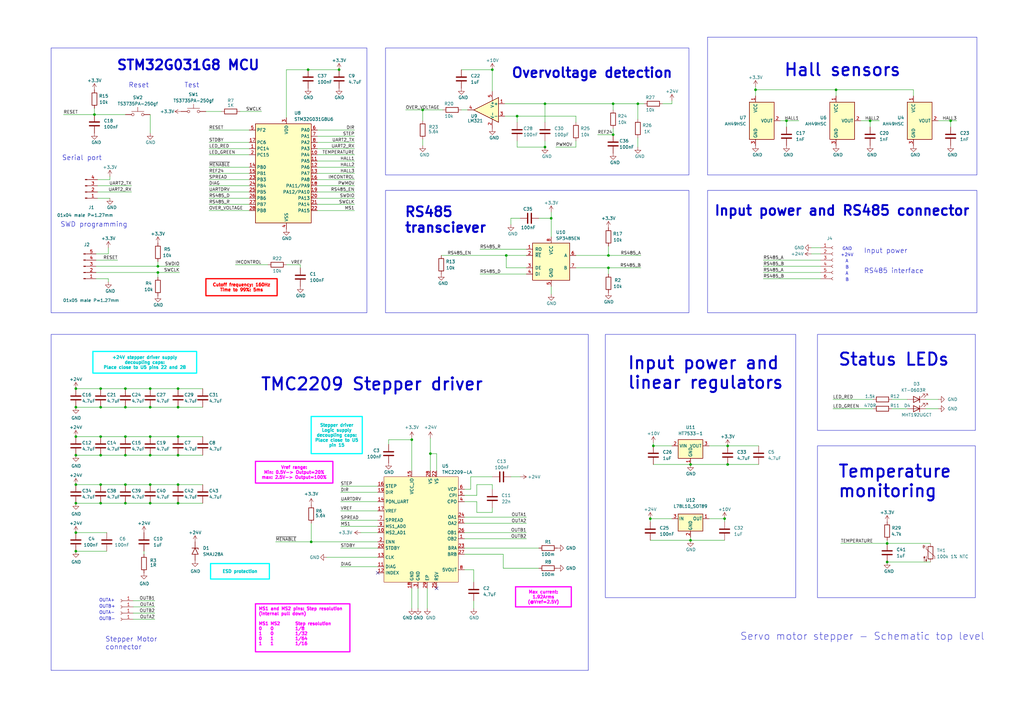
<source format=kicad_sch>
(kicad_sch (version 20230121) (generator eeschema)
  (paper "A3")
  (title_block (title "Servo motor stepper M4 - Schematic top level") (date "2024-03-07") (rev "V1"))
  (junction (at 31.115 198.755))
  (junction (at 51.435 179.07))
  (junction (at 38.735 46.99))
  (junction (at 51.435 159.385))
  (junction (at 73.025 198.755))
  (junction (at 41.275 179.07))
  (junction (at 389.89 49.53))
  (junction (at 283.21 221.615))
  (junction (at 31.115 206.375))
  (junction (at 298.45 182.88))
  (junction (at 73.025 167.005))
  (junction (at 73.025 159.385))
  (junction (at 207.645 104.775))
  (junction (at 64.77 111.76))
  (junction (at 173.355 45.085))
  (junction (at 126.365 28.575))
  (junction (at 64.77 109.22))
  (junction (at 61.595 179.07))
  (junction (at 251.46 42.545))
  (junction (at 249.555 109.855))
  (junction (at 41.275 186.69))
  (junction (at 61.595 159.385))
  (junction (at 168.91 180.34))
  (junction (at 31.115 226.06))
  (junction (at 223.52 60.325))
  (junction (at 61.595 186.69))
  (junction (at 139.065 28.575))
  (junction (at 201.93 28.575))
  (junction (at 363.855 230.505))
  (junction (at 61.595 206.375))
  (junction (at 51.435 167.005))
  (junction (at 73.025 179.07))
  (junction (at 266.7 212.725))
  (junction (at 31.115 186.69))
  (junction (at 61.595 198.755))
  (junction (at 31.115 159.385))
  (junction (at 223.52 42.545))
  (junction (at 309.88 36.83))
  (junction (at 212.09 47.625))
  (junction (at 51.435 206.375))
  (junction (at 298.45 190.5))
  (junction (at 322.58 49.53))
  (junction (at 31.115 218.44))
  (junction (at 51.435 186.69))
  (junction (at 261.62 42.545))
  (junction (at 41.275 167.005))
  (junction (at 363.855 222.885))
  (junction (at 342.9 36.83))
  (junction (at 297.18 212.725))
  (junction (at 251.46 55.245))
  (junction (at 226.06 89.535))
  (junction (at 283.21 190.5))
  (junction (at 176.53 186.055))
  (junction (at 31.115 167.005))
  (junction (at 249.555 104.775))
  (junction (at 73.025 206.375))
  (junction (at 31.115 179.07))
  (junction (at 41.275 159.385))
  (junction (at 127.635 222.25))
  (junction (at 73.025 186.69))
  (junction (at 51.435 198.755))
  (junction (at 267.97 182.88))
  (junction (at 41.275 206.375))
  (junction (at 356.87 49.53))
  (junction (at 61.595 167.005))
  (junction (at 41.275 198.755))
  (no_connect (at 154.94 234.95))
  (no_connect (at 179.07 241.3))
  (wire (pts (xy 320.04 49.53) (xy 322.58 49.53)))
  (wire (pts (xy 275.59 42.545) (xy 271.78 42.545)))
  (wire (pts (xy 139.7 209.55) (xy 154.94 209.55)))
  (wire (pts (xy 180.975 104.775) (xy 207.645 104.775)))
  (wire (pts (xy 212.09 47.625) (xy 236.22 47.625)))
  (wire (pts (xy 166.37 45.085) (xy 173.355 45.085)))
  (wire (pts (xy 379.73 163.83) (xy 384.81 163.83)))
  (wire (pts (xy 39.37 109.22) (xy 64.77 109.22)))
  (wire (pts (xy 139.7 205.74) (xy 154.94 205.74)))
  (wire (pts (xy 227.965 60.325) (xy 236.22 60.325)))
  (wire (pts (xy 51.435 167.005) (xy 61.595 167.005)))
  (wire (pts (xy 332.74 104.14) (xy 336.55 104.14)))
  (wire (pts (xy 145.415 71.12) (xy 130.175 71.12)))
  (wire (pts (xy 145.415 78.74) (xy 130.175 78.74)))
  (wire (pts (xy 356.87 49.53) (xy 360.68 49.53)))
  (wire (pts (xy 59.055 226.06) (xy 59.055 227.33)))
  (wire (pts (xy 145.415 63.5) (xy 130.175 63.5)))
  (wire (pts (xy 31.115 167.005) (xy 41.275 167.005)))
  (wire (pts (xy 85.725 81.28) (xy 102.235 81.28)))
  (wire (pts (xy 209.55 89.535) (xy 209.55 92.075)))
  (wire (pts (xy 190.5 214.63) (xy 215.9 214.63)))
  (wire (pts (xy 159.385 182.245) (xy 159.385 180.34)))
  (wire (pts (xy 51.435 179.07) (xy 61.595 179.07)))
  (wire (pts (xy 38.735 46.99) (xy 51.435 46.99)))
  (wire (pts (xy 223.52 60.325) (xy 223.52 57.785)))
  (wire (pts (xy 145.415 53.34) (xy 130.175 53.34)))
  (wire (pts (xy 173.355 45.085) (xy 173.355 49.53)))
  (wire (pts (xy 145.415 76.2) (xy 130.175 76.2)))
  (wire (pts (xy 332.74 101.6) (xy 336.55 101.6)))
  (wire (pts (xy 51.435 206.375) (xy 61.595 206.375)))
  (wire (pts (xy 40.005 78.74) (xy 53.975 78.74)))
  (wire (pts (xy 249.555 100.965) (xy 249.555 104.775)))
  (wire (pts (xy 249.555 104.775) (xy 262.89 104.775)))
  (wire (pts (xy 73.025 186.69) (xy 83.185 186.69)))
  (wire (pts (xy 195.58 210.185) (xy 201.93 210.185)))
  (wire (pts (xy 139.7 213.36) (xy 154.94 213.36)))
  (wire (pts (xy 173.355 45.085) (xy 181.61 45.085)))
  (wire (pts (xy 249.555 109.855) (xy 249.555 112.395)))
  (wire (pts (xy 130.175 58.42) (xy 145.415 58.42)))
  (wire (pts (xy 39.37 104.14) (xy 44.45 104.14)))
  (wire (pts (xy 194.31 249.555) (xy 194.31 246.38)))
  (wire (pts (xy 266.7 212.725) (xy 266.7 213.995)))
  (wire (pts (xy 130.175 60.96) (xy 145.415 60.96)))
  (wire (pts (xy 145.415 68.58) (xy 130.175 68.58)))
  (wire (pts (xy 85.725 76.2) (xy 102.235 76.2)))
  (wire (pts (xy 374.65 39.37) (xy 374.65 36.83)))
  (wire (pts (xy 236.22 109.855) (xy 249.555 109.855)))
  (wire (pts (xy 31.115 159.385) (xy 41.275 159.385)))
  (wire (pts (xy 389.89 49.53) (xy 389.89 52.07)))
  (wire (pts (xy 145.415 55.88) (xy 130.175 55.88)))
  (wire (pts (xy 145.415 73.66) (xy 130.175 73.66)))
  (wire (pts (xy 41.275 159.385) (xy 51.435 159.385)))
  (wire (pts (xy 353.06 49.53) (xy 356.87 49.53)))
  (wire (pts (xy 51.435 186.69) (xy 61.595 186.69)))
  (wire (pts (xy 212.09 47.625) (xy 212.09 50.165)))
  (wire (pts (xy 85.725 58.42) (xy 102.235 58.42)))
  (wire (pts (xy 41.275 198.755) (xy 51.435 198.755)))
  (wire (pts (xy 190.5 220.98) (xy 215.9 220.98)))
  (wire (pts (xy 159.385 180.34) (xy 168.91 180.34)))
  (wire (pts (xy 139.7 199.39) (xy 154.94 199.39)))
  (wire (pts (xy 261.62 56.515) (xy 261.62 60.325)))
  (wire (pts (xy 207.645 104.775) (xy 215.9 104.775)))
  (wire (pts (xy 61.595 206.375) (xy 73.025 206.375)))
  (wire (pts (xy 365.76 163.83) (xy 372.11 163.83)))
  (wire (pts (xy 283.21 221.615) (xy 297.18 221.615)))
  (wire (pts (xy 363.855 222.885) (xy 381.635 222.885)))
  (wire (pts (xy 41.275 206.375) (xy 51.435 206.375)))
  (wire (pts (xy 261.62 42.545) (xy 261.62 48.895)))
  (wire (pts (xy 379.73 167.64) (xy 384.81 167.64)))
  (wire (pts (xy 193.04 195.58) (xy 201.93 195.58)))
  (wire (pts (xy 190.5 203.2) (xy 195.58 203.2)))
  (wire (pts (xy 313.055 109.22) (xy 336.55 109.22)))
  (wire (pts (xy 313.055 106.68) (xy 336.55 106.68)))
  (wire (pts (xy 196.85 102.235) (xy 215.9 102.235)))
  (wire (pts (xy 31.115 198.755) (xy 41.275 198.755)))
  (wire (pts (xy 212.09 57.785) (xy 212.09 60.325)))
  (wire (pts (xy 107.315 45.72) (xy 98.425 45.72)))
  (wire (pts (xy 123.19 108.585) (xy 123.19 109.855)))
  (wire (pts (xy 226.06 89.535) (xy 226.06 97.155)))
  (wire (pts (xy 139.7 201.93) (xy 154.94 201.93)))
  (wire (pts (xy 298.45 190.5) (xy 311.15 190.5)))
  (wire (pts (xy 63.5 254) (xy 54.61 254)))
  (wire (pts (xy 40.005 73.66) (xy 45.085 73.66)))
  (wire (pts (xy 190.5 212.09) (xy 215.9 212.09)))
  (wire (pts (xy 117.475 108.585) (xy 123.19 108.585)))
  (wire (pts (xy 61.595 198.755) (xy 73.025 198.755)))
  (wire (pts (xy 190.5 205.74) (xy 195.58 205.74)))
  (wire (pts (xy 145.415 81.28) (xy 130.175 81.28)))
  (wire (pts (xy 363.855 230.505) (xy 381.635 230.505)))
  (wire (pts (xy 40.005 81.28) (xy 45.085 81.28)))
  (wire (pts (xy 31.115 179.07) (xy 41.275 179.07)))
  (wire (pts (xy 267.97 181.61) (xy 267.97 182.88)))
  (wire (pts (xy 207.645 109.855) (xy 215.9 109.855)))
  (wire (pts (xy 85.725 73.66) (xy 102.235 73.66)))
  (wire (pts (xy 226.06 86.995) (xy 226.06 89.535)))
  (wire (pts (xy 145.415 66.04) (xy 130.175 66.04)))
  (wire (pts (xy 51.435 159.385) (xy 61.595 159.385)))
  (wire (pts (xy 64.77 107.315) (xy 64.77 109.22)))
  (wire (pts (xy 207.01 42.545) (xy 223.52 42.545)))
  (wire (pts (xy 194.31 233.68) (xy 194.31 238.76)))
  (wire (pts (xy 193.04 200.66) (xy 193.04 195.58)))
  (wire (pts (xy 38.735 44.45) (xy 38.735 46.99)))
  (wire (pts (xy 275.59 212.725) (xy 266.7 212.725)))
  (wire (pts (xy 389.89 49.53) (xy 392.43 49.53)))
  (wire (pts (xy 190.5 224.79) (xy 220.98 224.79)))
  (wire (pts (xy 267.97 182.88) (xy 275.59 182.88)))
  (wire (pts (xy 220.98 233.045) (xy 206.375 233.045)))
  (wire (pts (xy 363.855 221.615) (xy 363.855 222.885)))
  (wire (pts (xy 223.52 50.165) (xy 223.52 42.545)))
  (wire (pts (xy 173.355 57.15) (xy 173.355 59.69)))
  (wire (pts (xy 44.45 114.3) (xy 44.45 115.57)))
  (wire (pts (xy 64.77 111.76) (xy 73.66 111.76)))
  (wire (pts (xy 190.5 200.66) (xy 193.04 200.66)))
  (wire (pts (xy 85.725 78.74) (xy 102.235 78.74)))
  (wire (pts (xy 261.62 42.545) (xy 264.16 42.545)))
  (wire (pts (xy 176.53 179.705) (xy 176.53 186.055)))
  (wire (pts (xy 179.07 193.04) (xy 179.07 186.055)))
  (wire (pts (xy 220.98 89.535) (xy 226.06 89.535)))
  (wire (pts (xy 41.275 167.005) (xy 51.435 167.005)))
  (wire (pts (xy 175.26 241.3) (xy 175.26 249.555)))
  (wire (pts (xy 195.58 203.2) (xy 195.58 198.755)))
  (wire (pts (xy 195.58 205.74) (xy 195.58 210.185)))
  (wire (pts (xy 39.37 106.68) (xy 48.26 106.68)))
  (wire (pts (xy 207.01 47.625) (xy 212.09 47.625)))
  (wire (pts (xy 195.58 198.755) (xy 201.93 198.755)))
  (wire (pts (xy 297.18 212.725) (xy 297.18 213.995)))
  (wire (pts (xy 226.06 120.65) (xy 226.06 117.475)))
  (wire (pts (xy 85.725 63.5) (xy 102.235 63.5)))
  (wire (pts (xy 313.055 114.3) (xy 336.55 114.3)))
  (wire (pts (xy 298.45 182.88) (xy 311.15 182.88)))
  (wire (pts (xy 322.58 49.53) (xy 322.58 52.07)))
  (wire (pts (xy 139.7 224.79) (xy 154.94 224.79)))
  (wire (pts (xy 61.595 159.385) (xy 73.025 159.385)))
  (wire (pts (xy 61.595 46.99) (xy 61.595 54.61)))
  (wire (pts (xy 85.725 68.58) (xy 102.235 68.58)))
  (wire (pts (xy 39.37 111.76) (xy 64.77 111.76)))
  (wire (pts (xy 139.7 232.41) (xy 154.94 232.41)))
  (wire (pts (xy 96.52 108.585) (xy 109.855 108.585)))
  (wire (pts (xy 85.725 86.36) (xy 102.235 86.36)))
  (wire (pts (xy 283.21 190.5) (xy 298.45 190.5)))
  (wire (pts (xy 73.025 159.385) (xy 83.185 159.385)))
  (wire (pts (xy 213.36 89.535) (xy 209.55 89.535)))
  (wire (pts (xy 26.035 46.99) (xy 38.735 46.99)))
  (wire (pts (xy 344.805 222.885) (xy 363.855 222.885)))
  (wire (pts (xy 171.45 241.3) (xy 171.45 249.555)))
  (wire (pts (xy 236.22 47.625) (xy 236.22 50.165)))
  (wire (pts (xy 127.635 222.25) (xy 127.635 214.63)))
  (wire (pts (xy 212.09 60.325) (xy 223.52 60.325)))
  (wire (pts (xy 73.025 198.755) (xy 83.185 198.755)))
  (wire (pts (xy 73.025 179.07) (xy 83.185 179.07)))
  (wire (pts (xy 85.725 71.12) (xy 102.235 71.12)))
  (wire (pts (xy 64.77 113.665) (xy 64.77 111.76)))
  (wire (pts (xy 290.83 212.725) (xy 297.18 212.725)))
  (wire (pts (xy 63.5 246.38) (xy 54.61 246.38)))
  (wire (pts (xy 342.9 39.37) (xy 342.9 36.83)))
  (wire (pts (xy 31.115 218.44) (xy 43.815 218.44)))
  (wire (pts (xy 374.65 36.83) (xy 342.9 36.83)))
  (wire (pts (xy 44.45 104.14) (xy 44.45 101.6)))
  (wire (pts (xy 249.555 109.855) (xy 262.89 109.855)))
  (wire (pts (xy 117.475 48.26) (xy 117.475 28.575)))
  (wire (pts (xy 207.645 104.775) (xy 207.645 109.855)))
  (wire (pts (xy 322.58 49.53) (xy 327.66 49.53)))
  (wire (pts (xy 40.005 76.2) (xy 53.975 76.2)))
  (wire (pts (xy 64.77 109.22) (xy 73.66 109.22)))
  (wire (pts (xy 189.23 45.085) (xy 191.77 45.085)))
  (wire (pts (xy 189.23 28.575) (xy 201.93 28.575)))
  (wire (pts (xy 190.5 227.33) (xy 206.375 227.33)))
  (wire (pts (xy 201.93 198.755) (xy 201.93 200.66)))
  (wire (pts (xy 168.91 179.705) (xy 168.91 180.34)))
  (wire (pts (xy 209.55 195.58) (xy 213.36 195.58)))
  (wire (pts (xy 85.725 60.96) (xy 102.235 60.96)))
  (wire (pts (xy 126.365 28.575) (xy 139.065 28.575)))
  (wire (pts (xy 61.595 186.69) (xy 73.025 186.69)))
  (wire (pts (xy 190.5 233.68) (xy 194.31 233.68)))
  (wire (pts (xy 313.055 111.76) (xy 336.55 111.76)))
  (wire (pts (xy 31.115 226.06) (xy 43.815 226.06)))
  (wire (pts (xy 84.455 45.72) (xy 90.805 45.72)))
  (wire (pts (xy 223.52 42.545) (xy 251.46 42.545)))
  (wire (pts (xy 154.94 222.25) (xy 127.635 222.25)))
  (wire (pts (xy 41.275 186.69) (xy 51.435 186.69)))
  (wire (pts (xy 201.93 210.185) (xy 201.93 208.28)))
  (wire (pts (xy 309.88 35.56) (xy 309.88 36.83)))
  (wire (pts (xy 236.22 57.785) (xy 236.22 60.325)))
  (wire (pts (xy 275.59 41.275) (xy 275.59 42.545)))
  (wire (pts (xy 31.115 186.69) (xy 41.275 186.69)))
  (wire (pts (xy 176.53 186.055) (xy 176.53 193.04)))
  (wire (pts (xy 39.37 114.3) (xy 44.45 114.3)))
  (wire (pts (xy 283.21 220.345) (xy 283.21 221.615)))
  (wire (pts (xy 341.63 167.64) (xy 358.14 167.64)))
  (wire (pts (xy 51.435 198.755) (xy 61.595 198.755)))
  (wire (pts (xy 45.085 73.66) (xy 45.085 72.39)))
  (wire (pts (xy 251.46 42.545) (xy 261.62 42.545)))
  (wire (pts (xy 236.22 104.775) (xy 249.555 104.775)))
  (wire (pts (xy 73.025 206.375) (xy 83.185 206.375)))
  (wire (pts (xy 168.91 180.34) (xy 168.91 193.04)))
  (wire (pts (xy 290.83 182.88) (xy 298.45 182.88)))
  (wire (pts (xy 63.5 251.46) (xy 54.61 251.46)))
  (wire (pts (xy 73.025 167.005) (xy 83.185 167.005)))
  (wire (pts (xy 251.46 42.545) (xy 251.46 45.085)))
  (wire (pts (xy 63.5 248.92) (xy 54.61 248.92)))
  (wire (pts (xy 61.595 167.005) (xy 73.025 167.005)))
  (wire (pts (xy 201.93 28.575) (xy 201.93 37.465)))
  (wire (pts (xy 147.955 218.44) (xy 154.94 218.44)))
  (wire (pts (xy 139.7 215.9) (xy 154.94 215.9)))
  (wire (pts (xy 31.115 206.375) (xy 41.275 206.375)))
  (wire (pts (xy 266.7 221.615) (xy 283.21 221.615)))
  (wire (pts (xy 190.5 218.44) (xy 215.9 218.44)))
  (wire (pts (xy 179.07 186.055) (xy 176.53 186.055)))
  (wire (pts (xy 365.76 167.64) (xy 372.11 167.64)))
  (wire (pts (xy 206.375 233.045) (xy 206.375 227.33)))
  (wire (pts (xy 251.46 52.705) (xy 251.46 55.245)))
  (wire (pts (xy 342.9 36.83) (xy 309.88 36.83)))
  (wire (pts (xy 309.88 36.83) (xy 309.88 39.37)))
  (wire (pts (xy 384.81 49.53) (xy 389.89 49.53)))
  (wire (pts (xy 145.415 86.36) (xy 130.175 86.36)))
  (wire (pts (xy 85.725 83.82) (xy 102.235 83.82)))
  (wire (pts (xy 356.87 49.53) (xy 356.87 52.07)))
  (wire (pts (xy 133.985 228.6) (xy 154.94 228.6)))
  (wire (pts (xy 267.97 190.5) (xy 283.21 190.5)))
  (wire (pts (xy 245.11 55.245) (xy 251.46 55.245)))
  (wire (pts (xy 113.03 222.25) (xy 127.635 222.25)))
  (wire (pts (xy 85.725 53.34) (xy 102.235 53.34)))
  (wire (pts (xy 117.475 28.575) (xy 126.365 28.575)))
  (wire (pts (xy 41.275 179.07) (xy 51.435 179.07)))
  (wire (pts (xy 168.91 241.3) (xy 168.91 249.555)))
  (wire (pts (xy 341.63 163.83) (xy 358.14 163.83)))
  (wire (pts (xy 196.85 112.395) (xy 215.9 112.395)))
  (wire (pts (xy 61.595 179.07) (xy 73.025 179.07)))
  (wire (pts (xy 145.415 83.82) (xy 130.175 83.82)))
  (rectangle (start 248.285 137.16) (end 326.39 245.11))
  (rectangle (start 335.28 137.16) (end 400.05 176.53))
  (rectangle (start 20.955 137.16) (end 241.3 274.955))
  (rectangle (start 158.115 19.685) (end 282.575 71.755))
  (rectangle (start 290.195 15.24) (end 400.685 71.755))
  (rectangle (start 20.955 19.685) (end 150.495 128.27))
  (rectangle (start 158.115 78.105) (end 282.575 128.27))
  (rectangle (start 335.28 182.88) (end 400.05 245.11))
  (rectangle (start 290.195 78.105) (end 400.685 128.27))
  (text_box "Cutoff frequency: 160Hz\nTime to 99%: 5ms \n" (at 84.455 114.3 0) (size 29.21 6.985) (stroke (width 0.5) (color 255 0 0 1)) (effects (font (size 1.27 1.27) (thickness 0.4) bold)))
  (text_box "ESD protection" (at 86.36 231.14 0) (size 24.13 6.35) (stroke (width 0.5) (color 0 255 255 1)) (effects (font (size 1.27 1.27) (thickness 0.4) bold)))
  (text_box "Stepper driver Logic supply \ndecoupling caps:\nPlace close to ${e992a181-7c74-45ab-aa5d-70a9a920a271:REFERENCE} pin 15" (at 127.635 170.815 0) (size 20.955 15.24) (stroke (width 0.5) (color 0 255 255 1)) (effects (font (size 1.27 1.27) (thickness 0.4) bold)))
  (text_box "Vref range:\nMin: 0.5V-> Output=20%\nmax: 2.5V-> Output=100%" (at 104.775 189.23 0) (size 31.75 8.89) (stroke (width 0.5) (color 255 0 255 1)) (effects (font (size 1.27 1.27) (thickness 0.4) bold)))
  (text_box "+24V stepper driver supply \ndecoupling caps:\nPlace close to ${e992a181-7c74-45ab-aa5d-70a9a920a271:REFERENCE} pins 22 and 28" (at 38.1 144.145 0) (size 42.545 8.89) (stroke (width 0.5) (color 0 255 255 1)) (effects (font (size 1.27 1.27) (thickness 0.4) bold)))
  (text_box "MS1 and MS2 pins: Step resolution\n(internal pull down)\n\nMS1	MS2		Step resolution\n0	0		1/8\n1	0		1/32\n0	1		1/64\n1	1		1/16\n" (at 104.775 247.65 0) (size 38.735 19.685) (stroke (width 0.5) (color 255 0 255 1)) (effects (font (size 1.27 1.27) (thickness 0.4) bold) (justify left top)))
  (text_box "Max current: 1.92Arms (@Vref=2.5V)\n" (at 211.455 240.665 0) (size 22.86 8.255) (stroke (width 0.5) (color 255 0 255 1)) (effects (font (size 1.27 1.27) (thickness 0.4) bold)))
  (text "Reset" (at 52.705 36.195 0) (effects (font (size 2 2)) (justify left bottom)))
  (text "Test" (at 75.565 36.195 0) (effects (font (size 2 2)) (justify left bottom)))
  (text "B" (at 346.71 115.57 0) (effects (font (size 1.27 1.27)) (justify left bottom)))
  (text "+24V" (at 344.805 105.41 0) (effects (font (size 1.27 1.27)) (justify left bottom)))
  (text "SWD programming" (at 24.765 93.345 0) (effects (font (size 2 2)) (justify left bottom)))
  (text "Serial port" (at 25.4 66.04 0) (effects (font (size 2 2)) (justify left bottom)))
  (text "GND" (at 345.44 102.87 0) (effects (font (size 1.27 1.27)) (justify left bottom)))
  (text "RS485\ntransciever" (at 165.735 95.885 0) (effects (font (size 4 4) (thickness 0.8) bold) (justify left bottom)))
  (text "Input power" (at 354.33 104.14 0) (effects (font (size 2 2)) (justify left bottom)))
  (text "B" (at 346.71 110.49 0) (effects (font (size 1.27 1.27)) (justify left bottom)))
  (text "OUTA+" (at 40.64 247.015 0) (effects (font (size 1.27 1.27)) (justify left bottom)))
  (text "Status LEDs" (at 343.535 150.495 0) (effects (font (size 5 5) (thickness 0.8) bold) (justify left bottom)))
  (text "Overvoltage detection" (at 209.55 32.385 0) (effects (font (size 4 4) (thickness 0.8) bold) (justify left bottom)))
  (text "Input power and\nlinear regulators" (at 257.175 160.02 0) (effects (font (size 5 5) (thickness 0.8) bold) (justify left bottom)))
  (text "A" (at 346.71 107.95 0) (effects (font (size 1.27 1.27)) (justify left bottom)))
  (text "Input power and RS485 connector" (at 292.735 88.9 0) (effects (font (size 4 4) (thickness 0.8) bold) (justify left bottom)))
  (text "A" (at 346.71 113.03 0) (effects (font (size 1.27 1.27)) (justify left bottom)))
  (text "RS485 interface" (at 354.33 112.395 0) (effects (font (size 2 2)) (justify left bottom)))
  (text "Temperature\nmonitoring" (at 343.535 204.47 0) (effects (font (size 5 5) (thickness 0.8) bold) (justify left bottom)))
  (text "OUTA-" (at 40.64 252.095 0) (effects (font (size 1.27 1.27)) (justify left bottom)))
  (text "Servo motor stepper - Schematic top level" (at 303.53 262.89 0) (effects (font (size 3 3)) (justify left bottom)))
  (text "STM32G031G8 MCU" (at 47.625 29.21 0) (effects (font (size 4 4) (thickness 0.8) bold) (justify left bottom)))
  (text "OUTB+" (at 40.64 249.555 0) (effects (font (size 1.27 1.27)) (justify left bottom)))
  (text "OUTB-" (at 40.64 254.635 0) (effects (font (size 1.27 1.27)) (justify left bottom)))
  (text "TMC2209 Stepper driver" (at 106.68 160.655 0) (effects (font (size 5 5) (thickness 0.8) bold) (justify left bottom)))
  (text "Hall sensors" (at 321.31 31.75 0) (effects (font (size 5 5) (thickness 0.8) bold) (justify left bottom)))
  (text "Stepper Motor\nconnector" (at 43.18 266.7 0) (effects (font (size 2 2)) (justify left bottom)))
  (label "DIR" (at 139.7 201.93 0))
  (label "RESET" (at 48.26 106.68 180))
  (label "OUTA1" (at 215.9 212.09 180))
  (label "RS485_EN" (at 145.415 78.74 180))
  (label "~{MENABLE}" (at 85.725 68.58 0))
  (label "SWCLK" (at 73.66 111.76 180))
  (label "UARTDRV" (at 85.725 78.74 0))
  (label "SPREAD" (at 139.7 213.36 0))
  (label "OVER_VOLTAGE" (at 85.725 86.36 0))
  (label "HALL2" (at 360.68 49.53 180))
  (label "OUTB1" (at 215.9 218.44 180))
  (label "OUTA2" (at 63.5 254 180))
  (label "REF24" (at 245.11 55.245 0))
  (label "RS485_R" (at 196.85 102.235 0))
  (label "RS485_EN" (at 183.515 104.775 0))
  (label "DIR" (at 145.415 53.34 180))
  (label "MS1" (at 139.7 215.9 0))
  (label "OUTB2" (at 215.9 220.98 180))
  (label "UARTDRV" (at 139.7 205.74 0))
  (label "LED_GREEN" (at 85.725 63.5 0))
  (label "DIAG" (at 139.7 232.41 0))
  (label "~{MENABLE}" (at 113.03 222.25 0))
  (label "RS485_B" (at 313.055 109.22 0))
  (label "SWCLK" (at 145.415 83.82 180))
  (label "STEP" (at 139.7 199.39 0))
  (label "RS485_A" (at 313.055 106.68 0))
  (label "PWMOV" (at 227.965 60.325 0))
  (label "UART2_RX" (at 53.975 78.74 180))
  (label "RESET" (at 26.035 46.99 0))
  (label "PWMOV" (at 145.415 76.2 180))
  (label "RS485_A" (at 313.055 111.76 0))
  (label "RS485_A" (at 262.89 104.775 180))
  (label "HALL2" (at 145.415 68.58 180))
  (label "LED_RED" (at 85.725 60.96 0))
  (label "OVER_VOLTAGE" (at 166.37 45.085 0))
  (label "VREF" (at 119.38 108.585 0))
  (label "RS485_B" (at 313.055 114.3 0))
  (label "RS485_D" (at 196.85 112.395 0))
  (label "HALL3" (at 145.415 71.12 180))
  (label "STDBY" (at 85.725 58.42 0))
  (label "LED_RED" (at 341.63 163.83 0))
  (label "LED_GREEN" (at 341.63 167.64 0))
  (label "SWCLK" (at 107.315 45.72 180))
  (label "REF24" (at 85.725 71.12 0))
  (label "IMCONTROL" (at 145.415 73.66 180))
  (label "RS485_R" (at 85.725 83.82 0))
  (label "RESET" (at 85.725 53.34 0))
  (label "MS1" (at 145.415 86.36 180))
  (label "SWDIO" (at 73.66 109.22 180))
  (label "UART2_TX" (at 53.975 76.2 180))
  (label "UART2_RX" (at 145.415 60.96 180))
  (label "OUTB2" (at 63.5 251.46 180))
  (label "HALL1" (at 145.415 66.04 180))
  (label "TEMPERATURE" (at 344.805 222.885 0))
  (label "SPREAD" (at 85.725 73.66 0))
  (label "VREF" (at 139.7 209.55 0))
  (label "OUTA1" (at 63.5 248.92 180))
  (label "RS485_B" (at 262.89 109.855 180))
  (label "HALL3" (at 392.43 49.53 180))
  (label "TEMPERATURE" (at 145.415 63.5 180))
  (label "STDBY" (at 139.7 224.79 0))
  (label "IMCONTROL" (at 96.52 108.585 0))
  (label "SWDIO" (at 145.415 81.28 180))
  (label "OUTB1" (at 63.5 246.38 180))
  (label "HALL1" (at 327.66 49.53 180))
  (label "STEP" (at 145.415 55.88 180))
  (label "DIAG" (at 85.725 76.2 0))
  (label "UART2_TX" (at 145.415 58.42 180))
  (label "OUTA2" (at 215.9 214.63 180))
  (label "RS485_D" (at 85.725 81.28 0))
  (symbol (lib_id "power:GND") (at 363.855 230.505 0) (unit 1)
    (property "Reference" "#PWR071" (effects hide))
    (property "Value" "GND" (at 362.585 234.315 0) (effects (justify left)))
  )
  (symbol (lib_id "power:+3.3V") (at 309.88 35.56 0) (unit 1)
    (property "Reference" "#PWR028" (effects hide))
    (property "Value" "+3.3V" (at 309.88 31.75 0))
  )
  (symbol (lib_id "power:+24V") (at 213.36 195.58 270) (unit 1)
    (property "Reference" "#PWR053" (effects hide))
    (property "Value" "+24V" (at 219.075 195.58 90))
  )
  (symbol (lib_id "Device:C") (at 31.115 163.195 0) (unit 1)
    (property "Reference" "C16" (at 33.655 161.925 0) (effects (justify left)))
    (property "Value" "4.7uF" (at 33.655 164.465 0) (effects (justify left)))
    (property "Footprint" "Capacitor_SMD:C_0805_2012Metric" (effects hide))
    (property "LCSC" "C1779" (effects hide))
  )
  (symbol (lib_id "power:GND") (at 31.115 226.06 0) (unit 1)
    (property "Reference" "#PWR01" (effects hide))
    (property "Value" "GND" (at 29.21 230.505 0) (effects (justify left)))
  )
  (symbol (lib_id "power:+3.3V") (at 226.06 86.995 0) (unit 1)
    (property "Reference" "#PWR033" (effects hide))
    (property "Value" "+3.3V" (at 226.06 83.185 0))
  )
  (symbol (lib_id "power:GND") (at 356.87 59.69 0) (unit 1)
    (property "Reference" "#PWR0105" (effects hide))
    (property "Value" "GND" (at 355.6 63.5 0) (effects (justify left)))
  )
  (symbol (lib_id "Device:C") (at 38.735 50.8 0) (unit 1)
    (property "Reference" "C18" (at 42.545 49.5299 0) (effects (justify left)))
    (property "Value" "100nF" (at 42.545 52.0699 0) (effects (justify left)))
    (property "Footprint" "Capacitor_SMD:C_0603_1608Metric" (effects hide))
    (property "LCSC" "C14663" (effects hide))
  )
  (symbol (lib_id "Diode:SMAJ28A") (at 80.01 226.06 270) (unit 1)
    (property "Reference" "D1" (at 83.185 224.79 90) (effects (justify left)))
    (property "Value" "SMAJ28A" (at 83.185 227.33 90) (effects (justify left)))
    (property "Footprint" "Diode_SMD:D_SMA" (effects hide))
    (property "LCSC" "C908775" (effects hide))
  )
  (symbol (lib_id "power:+3.3V") (at 139.065 28.575 0) (unit 1)
    (property "Reference" "#PWR07" (effects hide))
    (property "Value" "+3.3V" (at 139.065 24.765 0))
  )
  (symbol (lib_id "power:+3.3V") (at 298.45 182.88 0) (unit 1)
    (property "Reference" "#PWR060" (effects hide))
    (property "Value" "+3.3V" (at 298.45 179.07 0))
  )
  (symbol (lib_id "Sensor_Magnetic:A1101ELHL") (at 312.42 49.53 0) (unit 1)
    (property "Reference" "U7" (at 306.07 48.2599 0) (effects (justify right)))
    (property "Value" "AH49HSC" (at 306.07 50.7999 0) (effects (justify right)))
    (property "Footprint" "Package_TO_SOT_SMD:SOT-23" (effects hide))
    (property "Sim.Enable" "0" (effects hide))
    (property "LCSC" "C510723" (effects hide))
  )
  (symbol (lib_id "power:GND") (at 322.58 59.69 0) (unit 1)
    (property "Reference" "#PWR0110" (effects hide))
    (property "Value" "GND" (at 321.31 63.5 0) (effects (justify left)))
  )
  (symbol (lib_id "power:GND") (at 309.88 59.69 0) (unit 1)
    (property "Reference" "#PWR0108" (effects hide))
    (property "Value" "GND" (at 308.61 63.5 0) (effects (justify left)))
  )
  (symbol (lib_id "power:GND") (at 384.81 163.83 90) (unit 1)
    (property "Reference" "#PWR030" (effects hide))
    (property "Value" "GND" (at 388.62 163.8299 90) (effects (justify right)))
  )
  (symbol (lib_id "Device:R") (at 113.665 108.585 90) (unit 1)
    (property "Reference" "R22" (at 113.665 106.045 90))
    (property "Value" "10k" (at 113.665 111.125 90))
    (property "Footprint" "Resistor_SMD:R_0402_1005Metric" (effects hide))
    (property "LCSC" "C25744" (effects hide))
  )
  (symbol (lib_id "power:+3.3V") (at 147.955 218.44 90) (unit 1)
    (property "Reference" "#PWR022" (effects hide))
    (property "Value" "+3.3V" (at 141.605 218.44 90))
  )
  (symbol (lib_id "Sensor_Magnetic:A1101ELHL") (at 377.19 49.53 0) (unit 1)
    (property "Reference" "U4" (at 370.84 48.2599 0) (effects (justify right)))
    (property "Value" "AH49HSC" (at 370.84 50.7999 0) (effects (justify right)))
    (property "Footprint" "Package_TO_SOT_SMD:SOT-23" (effects hide))
    (property "Sim.Enable" "0" (effects hide))
    (property "LCSC" "C510723" (effects hide))
  )
  (symbol (lib_id "Device:R") (at 224.79 224.79 270) (unit 1)
    (property "Reference" "R1" (at 224.79 222.25 90))
    (property "Value" "100m" (at 224.79 227.33 90))
    (property "Footprint" "Resistor_SMD:R_1210_3225Metric" (effects hide))
    (property "LCSC" "C270892" (effects hide))
  )
  (symbol (lib_id "power:GND") (at 123.19 117.475 0) (unit 1)
    (property "Reference" "#PWR038" (effects hide))
    (property "Value" "GND" (at 121.285 121.285 0) (effects (justify left)))
  )
  (symbol (lib_id "Device:C") (at 201.93 204.47 0) (mirror y) (unit 1)
    (property "Reference" "C11" (at 209.55 203.2 0) (effects (justify left)))
    (property "Value" "22n" (at 209.55 205.74 0) (effects (justify left)))
    (property "Footprint" "Capacitor_SMD:C_0402_1005Metric" (effects hide))
    (property "LCSC" "C1532" (effects hide))
  )
  (symbol (lib_id "power:+3.3V") (at 38.735 36.83 0) (unit 1)
    (property "Reference" "#PWR035" (effects hide))
    (property "Value" "+3.3V" (at 38.735 33.02 0))
  )
  (symbol (lib_id "power:GND") (at 249.555 120.015 0) (unit 1)
    (property "Reference" "#PWR018" (effects hide))
    (property "Value" "GND" (at 247.65 123.825 0) (effects (justify left)))
  )
  (symbol (lib_id "power:GND") (at 283.21 221.615 0) (unit 1)
    (property "Reference" "#PWR055" (effects hide))
    (property "Value" "GND" (at 281.305 225.425 0) (effects (justify left)))
  )
  (symbol (lib_id "power:GND") (at 64.77 121.285 0) (unit 1)
    (property "Reference" "#PWR09" (effects hide))
    (property "Value" "GND" (at 62.865 125.095 0) (effects (justify left)))
  )
  (symbol (lib_id "power:GND") (at 223.52 60.325 0) (unit 1)
    (property "Reference" "#PWR058" (effects hide))
    (property "Value" "GND" (at 222.25 64.135 0) (effects (justify left)))
  )
  (symbol (lib_id "power:+3.3V") (at 168.91 179.705 0) (unit 1)
    (property "Reference" "#PWR016" (effects hide))
    (property "Value" "+3.3V" (at 168.91 175.26 0))
  )
  (symbol (lib_id "power:GND") (at 228.6 224.79 90) (unit 1)
    (property "Reference" "#PWR037" (effects hide))
    (property "Value" "GND" (at 236.22 224.79 90) (effects (justify left)))
  )
  (symbol (lib_id "power:+24V") (at 31.115 159.385 0) (unit 1)
    (property "Reference" "#PWR042" (effects hide))
    (property "Value" "+24V" (at 31.115 155.575 0))
  )
  (symbol (lib_id "Device:C") (at 31.115 202.565 0) (unit 1)
    (property "Reference" "C34" (at 33.655 201.295 0) (effects (justify left)))
    (property "Value" "4.7uF" (at 33.655 203.835 0) (effects (justify left)))
    (property "Footprint" "Capacitor_SMD:C_0805_2012Metric" (effects hide))
    (property "LCSC" "C1779" (effects hide))
  )
  (symbol (lib_id "power:GND") (at 189.23 36.195 0) (unit 1)
    (property "Reference" "#PWR044" (effects hide))
    (property "Value" "GND" (at 187.96 40.005 0) (effects (justify left)))
  )
  (symbol (lib_id "Device:R") (at 249.555 116.205 180) (unit 1)
    (property "Reference" "R2" (at 253.365 114.935 0))
    (property "Value" "10k" (at 253.365 117.475 0))
    (property "Footprint" "Resistor_SMD:R_0402_1005Metric" (effects hide))
    (property "LCSC" "C25744" (effects hide))
  )
  (symbol (lib_id "power:+24V") (at 266.7 212.725 0) (unit 1)
    (property "Reference" "#PWR047" (effects hide))
    (property "Value" "+24V" (at 266.7 208.915 0))
  )
  (symbol (lib_name "L78L10_SOT89_1") (lib_id "Regulator_Linear:L78L10_SOT89") (at 283.21 212.725 0) (unit 1)
    (property "Reference" "U12" (at 283.21 205.105 0))
    (property "Value" "L78L10_SOT89" (at 283.21 207.645 0))
    (property "Footprint" "Package_TO_SOT_SMD:SOT-89-3" (effects hide))
    (property "Datasheet" "http://www.st.com/content/ccc/resource/technical/document/datasheet/15/55/e5/aa/23/5b/43/fd/CD00000446.pdf/files/CD00000446.pdf/jcr:content/translations/en.CD00000446.pdf" (effects hide))
    (property "LCSC" "C122848" (effects hide))
    (property "Sim.Enable" "0" (effects hide))
  )
  (symbol (lib_id "Device:LED") (at 375.92 167.64 180) (unit 1)
    (property "Reference" "D4" (at 372.11 166.37 0))
    (property "Value" "MHT192UGCT" (at 375.92 170.18 0))
    (property "Footprint" "LED_SMD:LED_0603_1608Metric" (effects hide))
    (property "Sim.Enable" "0" (effects hide))
    (property "LCSC" "C389519" (effects hide))
  )
  (symbol (lib_id "power:GND") (at 133.985 228.6 270) (unit 1)
    (property "Reference" "#PWR08" (effects hide))
    (property "Value" "GND" (at 127 228.6 90) (effects (justify left)))
  )
  (symbol (lib_id "power:GND") (at 44.45 115.57 0) (unit 1)
    (property "Reference" "#PWR05" (effects hide))
    (property "Value" "GND" (at 43.18 119.38 0) (effects (justify left)))
  )
  (symbol (lib_id "Device:C") (at 189.23 32.385 0) (unit 1)
    (property "Reference" "C22" (at 193.04 31.1149 0) (effects (justify left)))
    (property "Value" "1uF" (at 193.04 33.6549 0) (effects (justify left)))
    (property "Footprint" "Capacitor_SMD:C_0603_1608Metric" (effects hide))
    (property "LCSC" "C15849" (effects hide))
  )
  (symbol (lib_id "power:GND") (at 173.355 59.69 0) (unit 1)
    (property "Reference" "#PWR049" (effects hide))
    (property "Value" "GND" (at 172.085 63.5 0) (effects (justify left)))
  )
  (symbol (lib_id "power:GND") (at 117.475 93.98 0) (unit 1)
    (property "Reference" "#PWR029" (effects hide))
    (property "Value" "GND" (at 115.57 97.79 0) (effects (justify left)))
  )
  (symbol (lib_id "Device:R") (at 173.355 53.34 180) (unit 1)
    (property "Reference" "R23" (at 177.8 52.07 0))
    (property "Value" "5.6k" (at 177.8 53.975 0))
    (property "Footprint" "Resistor_SMD:R_0402_1005Metric" (effects hide))
    (property "LCSC" "C25908" (effects hide))
  )
  (symbol (lib_id "power:GND") (at 139.065 36.195 0) (unit 1)
    (property "Reference" "#PWR021" (effects hide))
    (property "Value" "GND" (at 137.16 40.005 0) (effects (justify left)))
  )
  (symbol (lib_id "Device:C") (at 59.055 222.25 0) (unit 1)
    (property "Reference" "C10" (at 62.865 220.9799 0) (effects (justify left)))
    (property "Value" "1uF" (at 62.865 223.5199 0) (effects (justify left)))
    (property "Footprint" "Capacitor_SMD:C_0603_1608Metric" (effects hide))
    (property "LCSC" "C15849" (effects hide))
  )
  (symbol (lib_id "Regulator_Linear:HT75xx-1-SOT89") (at 283.21 185.42 0) (unit 1)
    (property "Reference" "U11" (at 283.21 175.26 0))
    (property "Value" "HT7533-1" (at 283.21 177.8 0))
    (property "Footprint" "Package_TO_SOT_SMD:SOT-89-3" (effects hide))
    (property "Sim.Enable" "0" (effects hide))
    (property "LCSC" "C14289" (effects hide))
  )
  (symbol (lib_id "Device:C") (at 205.74 195.58 90) (unit 1)
    (property "Reference" "C13" (at 207.645 189.23 90) (effects (justify left)))
    (property "Value" "100nF" (at 208.915 191.77 90) (effects (justify left)))
    (property "Footprint" "Capacitor_SMD:C_0603_1608Metric" (effects hide))
    (property "LCSC" "C14663" (effects hide))
  )
  (symbol (lib_id "Device:C") (at 311.15 186.69 0) (unit 1)
    (property "Reference" "C5" (at 314.96 185.4199 0) (effects (justify left)))
    (property "Value" "4.7uF" (at 314.96 187.9599 0) (effects (justify left)))
    (property "Footprint" "Capacitor_SMD:C_0805_2012Metric" (effects hide))
    (property "LCSC" "C1779" (effects hide))
  )
  (symbol (lib_id "Device:R") (at 361.95 167.64 90) (unit 1)
    (property "Reference" "R11" (at 367.03 166.37 90))
    (property "Value" "470R" (at 356.87 166.37 90))
    (property "Footprint" "Resistor_SMD:R_0402_1005Metric" (effects hide))
    (property "LCSC" "C25117" (effects hide))
  )
  (symbol (lib_id "power:GND") (at 38.735 54.61 0) (unit 1)
    (property "Reference" "#PWR036" (effects hide))
    (property "Value" "GND" (at 37.465 58.42 0) (effects (justify left)))
  )
  (symbol (lib_id "power:GND") (at 61.595 54.61 0) (unit 1)
    (property "Reference" "#PWR039" (effects hide))
    (property "Value" "GND" (at 59.69 58.42 0) (effects (justify left)))
  )
  (symbol (lib_id "power:+24V") (at 80.01 222.25 0) (unit 1)
    (property "Reference" "#PWR017" (effects hide))
    (property "Value" "+24V" (at 80.01 218.44 0))
  )
  (symbol (lib_id "power:GND") (at 126.365 36.195 0) (unit 1)
    (property "Reference" "#PWR027" (effects hide))
    (property "Value" "GND" (at 124.46 40.005 0) (effects (justify left)))
  )
  (symbol (lib_id "Connector:Conn_01x01_Socket") (at 49.53 246.38 180) (unit 1) (in_bom no)
    (property "Reference" "J8" (effects hide))
    (property "Value" "Conn_01x01_Socket" (effects hide))
    (property "Footprint" "servo_motor:Pad_3mm_TopOnly" (effects hide))
  )
  (symbol (lib_id "Device:C") (at 31.115 182.88 0) (unit 1)
    (property "Reference" "C12" (at 33.655 181.61 0) (effects (justify left)))
    (property "Value" "4.7uF" (at 33.655 184.15 0) (effects (justify left)))
    (property "Footprint" "Capacitor_SMD:C_0805_2012Metric" (effects hide))
    (property "LCSC" "C1779" (effects hide))
  )
  (symbol (lib_id "Device:C") (at 159.385 186.055 0) (unit 1)
    (property "Reference" "C3" (at 153.035 184.785 0) (effects (justify left)))
    (property "Value" "100nF" (at 150.495 187.325 0) (effects (justify left)))
    (property "Footprint" "Capacitor_SMD:C_0603_1608Metric" (effects hide))
    (property "LCSC" "C14663" (effects hide))
  )
  (symbol (lib_id "power:GND") (at 31.115 186.69 0) (unit 1)
    (property "Reference" "#PWR032" (effects hide))
    (property "Value" "GND" (at 29.21 191.135 0) (effects (justify left)))
  )
  (symbol (lib_id "Device:C") (at 251.46 59.055 0) (unit 1)
    (property "Reference" "C36" (at 254 57.785 0) (effects (justify left)))
    (property "Value" "100nF" (at 254 60.325 0) (effects (justify left)))
    (property "Footprint" "Capacitor_SMD:C_0603_1608Metric" (effects hide))
    (property "LCSC" "C14663" (effects hide))
  )
  (symbol (lib_id "Device:R") (at 127.635 210.82 180) (unit 1)
    (property "Reference" "R6" (at 130.81 209.55 0))
    (property "Value" "5.6k" (at 131.445 211.455 0))
    (property "Footprint" "Resistor_SMD:R_0402_1005Metric" (effects hide))
    (property "LCSC" "C25908" (effects hide))
  )
  (symbol (lib_id "power:GND") (at 171.45 249.555 0) (unit 1)
    (property "Reference" "#PWR012" (effects hide))
    (property "Value" "GND" (at 169.545 253.365 0) (effects (justify left)))
  )
  (symbol (lib_id "Device:C") (at 217.17 89.535 90) (unit 1)
    (property "Reference" "C35" (at 218.44 85.725 90) (effects (justify left)))
    (property "Value" "100nF" (at 219.71 93.345 90) (effects (justify left)))
    (property "Footprint" "Capacitor_SMD:C_0603_1608Metric" (effects hide))
    (property "LCSC" "C14663" (effects hide))
  )
  (symbol (lib_id "power:+10V") (at 201.93 28.575 0) (unit 1)
    (property "Reference" "#PWR050" (effects hide))
    (property "Value" "+10V" (at 201.93 24.765 0))
  )
  (symbol (lib_id "power:GND") (at 389.89 59.69 0) (unit 1)
    (property "Reference" "#PWR0106" (effects hide))
    (property "Value" "GND" (at 388.62 63.5 0) (effects (justify left)))
  )
  (symbol (lib_id "Device:R") (at 361.95 163.83 90) (unit 1)
    (property "Reference" "R12" (at 367.03 162.56 90))
    (property "Value" "1.5k" (at 356.87 162.56 90))
    (property "Footprint" "Resistor_SMD:R_0402_1005Metric" (effects hide))
    (property "LCSC" "C25867" (effects hide))
  )
  (symbol (lib_id "Connector:Conn_01x04_Pin") (at 34.925 78.74 0) (mirror x) (unit 1) (in_bom no)
    (property "Reference" "J1" (at 37.465 85.09 0))
    (property "Value" "01x04 male P=1.27mm" (at 34.925 88.265 0))
    (property "Footprint" "Connector_PinHeader_1.27mm:PinHeader_1x04_P1.27mm_Vertical" (effects hide))
  )
  (symbol (lib_id "power:GND") (at 332.74 101.6 270) (mirror x) (unit 1)
    (property "Reference" "#PWR020" (effects hide))
    (property "Value" "GND" (at 325.755 101.6 90) (effects (justify left)))
  )
  (symbol (lib_id "Device:R") (at 267.97 42.545 270) (unit 1)
    (property "Reference" "R27" (at 266.7 40.005 90))
    (property "Value" "10k" (at 266.7 45.085 90))
    (property "Footprint" "Resistor_SMD:R_0402_1005Metric" (effects hide))
    (property "LCSC" "C25744" (effects hide))
  )
  (symbol (lib_id "power:+3.3V") (at 45.085 72.39 0) (unit 1)
    (property "Reference" "#PWR02" (effects hide))
    (property "Value" "+3.3V" (at 45.085 68.58 0))
  )
  (symbol (lib_id "Connector:Conn_01x06_Socket") (at 341.63 106.68 0) (unit 1)
    (property "Reference" "J4" (at 339.09 97.79 0) (effects (justify left)))
    (property "Value" "Conn_01x06_Socket" (effects hide))
    (property "Footprint" "servo_motor:PinSocket_1x06_P4.70mm_Vertical" (effects hide))
  )
  (symbol (lib_id "power:+3.3V") (at 64.77 99.695 0) (unit 1)
    (property "Reference" "#PWR010" (effects hide))
    (property "Value" "+3.3V" (at 64.77 95.885 0))
  )
  (symbol (lib_id "Device:R") (at 64.77 117.475 180) (unit 1)
    (property "Reference" "R4" (at 60.96 116.205 0))
    (property "Value" "10k" (at 60.96 118.745 0))
    (property "Footprint" "Resistor_SMD:R_0402_1005Metric" (effects hide))
    (property "LCSC" "C25744" (effects hide))
  )
  (symbol (lib_id "Device:C") (at 298.45 186.69 0) (unit 1)
    (property "Reference" "C33" (at 302.26 185.4199 0) (effects (justify left)))
    (property "Value" "4.7uF" (at 302.26 187.9599 0) (effects (justify left)))
    (property "Footprint" "Capacitor_SMD:C_0805_2012Metric" (effects hide))
    (property "LCSC" "C1779" (effects hide))
  )
  (symbol (lib_id "power:+24V") (at 176.53 179.705 0) (unit 1)
    (property "Reference" "#PWR056" (effects hide))
    (property "Value" "+24V" (at 176.53 175.26 0))
  )
  (symbol (lib_id "Connector:Conn_01x01_Socket") (at 49.53 251.46 180) (unit 1) (in_bom no)
    (property "Reference" "J3" (effects hide))
    (property "Value" "Conn_01x01_Socket" (effects hide))
    (property "Footprint" "servo_motor:Pad_3mm_TopOnly" (effects hide))
  )
  (symbol (lib_id "power:GND") (at 384.81 167.64 90) (unit 1)
    (property "Reference" "#PWR031" (effects hide))
    (property "Value" "GND" (at 388.62 167.6399 90) (effects (justify right)))
  )
  (symbol (lib_id "Interface_UART:SP3485EN") (at 226.06 107.315 0) (unit 1)
    (property "Reference" "U10" (at 228.0159 95.25 0) (effects (justify left)))
    (property "Value" "SP3485EN" (at 228.0159 97.79 0) (effects (justify left)))
    (property "Footprint" "Package_SO:SOIC-8_3.9x4.9mm_P1.27mm" (effects hide))
    (property "Datasheet" "http://www.icbase.com/pdf/SPX/SPX00480106.pdf" (effects hide))
    (property "LCSC" "C8963" (effects hide))
  )
  (symbol (lib_id "Device:C") (at 194.31 242.57 0) (unit 1)
    (property "Reference" "C2" (at 198.12 241.2999 0) (effects (justify left)))
    (property "Value" "4.7uF" (at 198.12 243.8399 0) (effects (justify left)))
    (property "Footprint" "Capacitor_SMD:C_0805_2012Metric" (effects hide))
    (property "LCSC" "C1779" (effects hide))
  )
  (symbol (lib_id "Device:R") (at 185.42 45.085 270) (unit 1)
    (property "Reference" "R20" (at 184.15 42.545 90))
    (property "Value" "10k" (at 184.15 47.625 90))
    (property "Footprint" "Resistor_SMD:R_0402_1005Metric" (effects hide))
    (property "LCSC" "C25744" (effects hide))
  )
  (symbol (lib_id "Device:R") (at 59.055 231.14 180) (unit 1)
    (property "Reference" "R3" (at 62.865 229.87 0))
    (property "Value" "1R" (at 62.865 231.775 0))
    (property "Footprint" "Resistor_SMD:R_0805_2012Metric" (effects hide))
    (property "LCSC" "C25271" (effects hide))
  )
  (symbol (lib_id "power:+24V") (at 31.115 198.755 0) (unit 1)
    (property "Reference" "#PWR045" (effects hide))
    (property "Value" "+24V" (at 31.115 194.945 0))
  )
  (symbol (lib_id "Device:C") (at 41.275 202.565 0) (unit 1)
    (property "Reference" "C38" (at 43.815 201.295 0) (effects (justify left)))
    (property "Value" "4.7uF" (at 43.815 203.835 0) (effects (justify left)))
    (property "Footprint" "Capacitor_SMD:C_0805_2012Metric" (effects hide))
    (property "LCSC" "C1779" (effects hide))
  )
  (symbol (lib_id "Device:Thermistor_NTC") (at 381.635 226.695 0) (unit 1)
    (property "Reference" "TH1" (at 384.175 225.7424 0) (effects (justify left)))
    (property "Value" "100k 1% NTC" (at 384.175 228.2824 0) (effects (justify left)))
    (property "Footprint" "Resistor_SMD:R_0402_1005Metric" (effects hide))
    (property "Sim.Enable" "0" (effects hide))
    (property "LCSC" "C236279" (effects hide))
  )
  (symbol (lib_id "power:GND") (at 342.9 59.69 0) (unit 1)
    (property "Reference" "#PWR0107" (effects hide))
    (property "Value" "GND" (at 341.63 63.5 0) (effects (justify left)))
  )
  (symbol (lib_id "Device:C") (at 266.7 217.805 0) (unit 1)
    (property "Reference" "C25" (at 270.51 216.5349 0) (effects (justify left)))
    (property "Value" "100nF" (at 270.51 219.0749 0) (effects (justify left)))
    (property "Footprint" "Capacitor_SMD:C_0603_1608Metric" (effects hide))
    (property "LCSC" "C14663" (effects hide))
  )
  (symbol (lib_id "Device:C") (at 51.435 182.88 0) (unit 1)
    (property "Reference" "C15" (at 53.975 181.61 0) (effects (justify left)))
    (property "Value" "4.7uF" (at 53.975 184.15 0) (effects (justify left)))
    (property "Footprint" "Capacitor_SMD:C_0805_2012Metric" (effects hide))
    (property "LCSC" "C1779" (effects hide))
  )
  (symbol (lib_id "power:GND") (at 226.06 120.65 0) (unit 1)
    (property "Reference" "#PWR034" (effects hide))
    (property "Value" "GND" (at 224.155 124.46 0) (effects (justify left)))
  )
  (symbol (lib_id "power:GND") (at 31.115 206.375 0) (unit 1)
    (property "Reference" "#PWR061" (effects hide))
    (property "Value" "GND" (at 29.21 210.82 0) (effects (justify left)))
  )
  (symbol (lib_id "power:+3.3V") (at 363.855 213.995 0) (unit 1)
    (property "Reference" "#PWR070" (effects hide))
    (property "Value" "+3.3V" (at 363.855 210.185 0))
  )
  (symbol (lib_id "Connector:Conn_01x01_Socket") (at 49.53 254 180) (unit 1) (in_bom no)
    (property "Reference" "J6" (effects hide))
    (property "Value" "Conn_01x01_Socket" (effects hide))
    (property "Footprint" "servo_motor:Pad_3mm_TopOnly" (effects hide))
  )
  (symbol (lib_id "Connector:Conn_01x05_Pin") (at 34.29 109.22 0) (mirror x) (unit 1) (in_bom no)
    (property "Reference" "J2" (at 36.83 100.33 0) (effects (justify right)))
    (property "Value" "01x05 male P=1.27mm" (at 48.895 123.19 0) (effects (justify right)))
    (property "Footprint" "Connector_PinHeader_1.27mm:PinHeader_1x05_P1.27mm_Vertical" (effects hide))
  )
  (symbol (lib_id "Device:C") (at 83.185 163.195 0) (unit 1)
    (property "Reference" "C31" (at 85.725 161.925 0) (effects (justify left)))
    (property "Value" "4.7uF" (at 85.725 164.465 0) (effects (justify left)))
    (property "Footprint" "Capacitor_SMD:C_0805_2012Metric" (effects hide))
    (property "LCSC" "C1779" (effects hide))
  )
  (symbol (lib_id "power:GND") (at 159.385 189.865 0) (unit 1)
    (property "Reference" "#PWR057" (effects hide))
    (property "Value" "GND" (at 157.48 193.675 0) (effects (justify left)))
  )
  (symbol (lib_id "Device:C") (at 123.19 113.665 0) (unit 1)
    (property "Reference" "C1" (at 127 112.3949 0) (effects (justify left)))
    (property "Value" "100nF" (at 127 114.9349 0) (effects (justify left)))
    (property "Footprint" "Capacitor_SMD:C_0603_1608Metric" (effects hide))
    (property "LCSC" "C14663" (effects hide))
  )
  (symbol (lib_id "Device:C") (at 356.87 55.88 0) (unit 1)
    (property "Reference" "C20" (at 360.68 54.6099 0) (effects (justify left)))
    (property "Value" "1nF" (at 360.68 57.1499 0) (effects (justify left)))
    (property "Footprint" "Capacitor_SMD:C_0402_1005Metric" (effects hide))
    (property "LCSC" "C1523" (effects hide))
  )
  (symbol (lib_id "Device:R") (at 261.62 52.705 0) (unit 1)
    (property "Reference" "R26" (at 265.43 51.435 0))
    (property "Value" "1K" (at 265.43 53.975 0))
    (property "Footprint" "Resistor_SMD:R_0402_1005Metric" (effects hide))
    (property "LCSC" "C11702" (effects hide))
  )
  (symbol (lib_id "Device:R") (at 363.855 217.805 180) (unit 1)
    (property "Reference" "R29" (at 367.665 216.535 0))
    (property "Value" "4.7k" (at 367.665 219.075 0))
    (property "Footprint" "Resistor_SMD:R_0402_1005Metric" (effects hide))
    (property "LCSC" "C25900" (effects hide))
  )
  (symbol (lib_id "Device:R") (at 251.46 48.895 180) (unit 1)
    (property "Reference" "R24" (at 255.27 47.625 0))
    (property "Value" "10k" (at 255.27 50.165 0))
    (property "Footprint" "Resistor_SMD:R_0402_1005Metric" (effects hide))
    (property "LCSC" "C25744" (effects hide))
  )
  (symbol (lib_id "power:+24V") (at 31.115 179.07 0) (unit 1)
    (property "Reference" "#PWR023" (effects hide))
    (property "Value" "+24V" (at 31.115 175.26 0))
  )
  (symbol (lib_id "power:GND") (at 31.115 167.005 0) (unit 1)
    (property "Reference" "#PWR043" (effects hide))
    (property "Value" "GND" (at 29.21 171.45 0) (effects (justify left)))
  )
  (symbol (lib_id "Device:C") (at 223.52 53.975 0) (unit 1)
    (property "Reference" "C30" (at 227.33 52.7049 0) (effects (justify left)))
    (property "Value" "100pF" (at 227.33 55.2449 0) (effects (justify left)))
    (property "Footprint" "Capacitor_SMD:C_0603_1608Metric" (effects hide))
    (property "LCSC" "C14858" (effects hide))
  )
  (symbol (lib_id "power:+3.3V") (at 44.45 101.6 0) (unit 1)
    (property "Reference" "#PWR06" (effects hide))
    (property "Value" "+3.3V" (at 44.45 97.79 0))
  )
  (symbol (lib_id "power:GND") (at 283.21 190.5 0) (unit 1)
    (property "Reference" "#PWR054" (effects hide))
    (property "Value" "GND" (at 281.305 194.31 0) (effects (justify left)))
  )
  (symbol (lib_id "Device:R") (at 64.77 103.505 180) (unit 1)
    (property "Reference" "R5" (at 68.58 102.235 0))
    (property "Value" "10k" (at 68.58 104.775 0))
    (property "Footprint" "Resistor_SMD:R_0402_1005Metric" (effects hide))
    (property "LCSC" "C25744" (effects hide))
  )
  (symbol (lib_id "power:GND") (at 261.62 60.325 0) (unit 1)
    (property "Reference" "#PWR062" (effects hide))
    (property "Value" "GND" (at 260.35 64.135 0) (effects (justify left)))
  )
  (symbol (lib_id "Device:C") (at 389.89 55.88 0) (unit 1)
    (property "Reference" "C23" (at 393.7 54.6099 0) (effects (justify left)))
    (property "Value" "1nF" (at 393.7 57.1499 0) (effects (justify left)))
    (property "Footprint" "Capacitor_SMD:C_0402_1005Metric" (effects hide))
    (property "LCSC" "C1523" (effects hide))
  )
  (symbol (lib_id "power:+3.3V") (at 249.555 93.345 0) (unit 1)
    (property "Reference" "#PWR025" (effects hide))
    (property "Value" "+3.3V" (at 249.555 89.535 0))
  )
  (symbol (lib_id "power:+10V") (at 297.18 212.725 0) (unit 1)
    (property "Reference" "#PWR059" (effects hide))
    (property "Value" "+10V" (at 297.18 208.915 0))
  )
  (symbol (lib_id "power:GND") (at 180.975 112.395 0) (unit 1)
    (property "Reference" "#PWR024" (effects hide))
    (property "Value" "GND" (at 179.705 116.205 0) (effects (justify left)))
  )
  (symbol (lib_id "Device:C") (at 73.025 182.88 0) (unit 1)
    (property "Reference" "C7" (at 75.565 181.61 0) (effects (justify left)))
    (property "Value" "4.7uF" (at 75.565 184.15 0) (effects (justify left)))
    (property "Footprint" "Capacitor_SMD:C_0805_2012Metric" (effects hide))
    (property "LCSC" "C1779" (effects hide))
  )
  (symbol (lib_id "Switch:SW_Push") (at 79.375 45.72 0) (unit 1)
    (property "Reference" "SW1" (at 79.375 38.735 0))
    (property "Value" "TS3735PA-250gf" (at 79.375 41.275 0))
    (property "Footprint" "servo_motor:TS3735PA-250gf" (effects hide))
    (property "LCSC" "C393946" (effects hide))
  )
  (symbol (lib_id "Device:C") (at 61.595 202.565 0) (unit 1)
    (property "Reference" "C40" (at 64.135 201.295 0) (effects (justify left)))
    (property "Value" "4.7uF" (at 64.135 203.835 0) (effects (justify left)))
    (property "Footprint" "Capacitor_SMD:C_0805_2012Metric" (effects hide))
    (property "LCSC" "C1779" (effects hide))
  )
  (symbol (lib_id "power:GND") (at 228.6 233.045 90) (unit 1)
    (property "Reference" "#PWR041" (effects hide))
    (property "Value" "GND" (at 236.22 233.045 90) (effects (justify left)))
  )
  (symbol (lib_id "Device:C") (at 363.855 226.695 0) (unit 1)
    (property "Reference" "C41" (at 367.665 225.4249 0) (effects (justify left)))
    (property "Value" "1uF" (at 367.665 227.9649 0) (effects (justify left)))
    (property "Footprint" "Capacitor_SMD:C_0603_1608Metric" (effects hide))
    (property "LCSC" "C15849" (effects hide))
  )
  (symbol (lib_id "Device:C") (at 73.025 163.195 0) (unit 1)
    (property "Reference" "C29" (at 75.565 161.925 0) (effects (justify left)))
    (property "Value" "4.7uF" (at 75.565 164.465 0) (effects (justify left)))
    (property "Footprint" "Capacitor_SMD:C_0805_2012Metric" (effects hide))
    (property "LCSC" "C1779" (effects hide))
  )
  (symbol (lib_id "Device:R") (at 94.615 45.72 90) (unit 1)
    (property "Reference" "R7" (at 94.615 41.275 90))
    (property "Value" "1K" (at 94.615 43.18 90))
    (property "Footprint" "Resistor_SMD:R_0402_1005Metric" (effects hide))
    (property "LCSC" "C11702" (effects hide))
  )
  (symbol (lib_id "power:+3.3V") (at 74.295 45.72 90) (unit 1)
    (property "Reference" "#PWR04" (effects hide))
    (property "Value" "+3.3V" (at 68.58 45.72 90))
  )
  (symbol (lib_id "MCU_ST_STM32G0:STM32G031G8Ux") (at 114.935 71.12 0) (unit 1)
    (property "Reference" "U8" (at 120.65 46.355 0) (effects (justify left)))
    (property "Value" "STM32G031G8U6" (at 120.65 48.895 0) (effects (justify left)))
    (property "Footprint" "Package_DFN_QFN:QFN-28_4x4mm_P0.5mm" (effects hide))
    (property "Datasheet" "https://www.st.com/resource/en/datasheet/stm32g031g8.pdf" (effects hide))
    (property "Sim.Enable" "0" (effects hide))
    (property "LCSC" "C432211" (effects hide))
  )
  (symbol (lib_id "power:GND") (at 45.085 81.28 0) (unit 1)
    (property "Reference" "#PWR03" (effects hide))
    (property "Value" "GND" (at 43.815 85.09 0) (effects (justify left)))
  )
  (symbol (lib_id "Device:C") (at 322.58 55.88 0) (unit 1)
    (property "Reference" "C17" (at 326.39 54.6099 0) (effects (justify left)))
    (property "Value" "1nF" (at 326.39 57.1499 0) (effects (justify left)))
    (property "Footprint" "Capacitor_SMD:C_0402_1005Metric" (effects hide))
    (property "LCSC" "C1523" (effects hide))
  )
  (symbol (lib_id "Device:C") (at 51.435 163.195 0) (unit 1)
    (property "Reference" "C24" (at 53.975 161.925 0) (effects (justify left)))
    (property "Value" "4.7uF" (at 53.975 164.465 0) (effects (justify left)))
    (property "Footprint" "Capacitor_SMD:C_0805_2012Metric" (effects hide))
    (property "LCSC" "C1779" (effects hide))
  )
  (symbol (lib_id "power:GND") (at 168.91 249.555 0) (unit 1)
    (property "Reference" "#PWR067" (effects hide))
    (property "Value" "GND" (at 165.1 253.365 0) (effects (justify left)))
  )
  (symbol (lib_id "Amplifier_Operational:LM321") (at 199.39 45.085 0) (mirror y) (unit 1)
    (property "Reference" "U9" (at 193.04 47.625 0) (effects (justify right)))
    (property "Value" "LM321" (at 191.77 49.53 0) (effects (justify right)))
    (property "Footprint" "Package_TO_SOT_SMD:SOT-23-5" (effects hide))
    (property "Datasheet" "http://www.ti.com/lit/ds/symlink/lm321.pdf" (effects hide))
    (property "Sim.Enable" "0" (effects hide))
    (property "LCSC" "C686636" (effects hide))
  )
  (symbol (lib_id "Device:C") (at 43.815 222.25 0) (mirror x) (unit 1)
    (property "Reference" "C6" (at 48.895 220.98 0) (effects (justify left)))
    (property "Value" "100nF" (at 46.99 223.52 0) (effects (justify left)))
    (property "Footprint" "Capacitor_SMD:C_0603_1608Metric" (effects hide))
    (property "LCSC" "C14663" (effects hide))
  )
  (symbol (lib_id "Device:LED") (at 375.92 163.83 180) (unit 1)
    (property "Reference" "D3" (at 375.92 157.48 0))
    (property "Value" "KT-0603R" (at 374.65 160.02 0))
    (property "Footprint" "LED_SMD:LED_0603_1608Metric" (effects hide))
    (property "Sim.Enable" "0" (effects hide))
    (property "LCSC" "C2286" (effects hide))
  )
  (symbol (lib_id "power:+24V") (at 59.055 218.44 0) (unit 1)
    (property "Reference" "#PWR014" (effects hide))
    (property "Value" "+24V" (at 59.055 214.63 0))
  )
  (symbol (lib_id "Device:C") (at 41.275 163.195 0) (unit 1)
    (property "Reference" "C21" (at 43.815 161.925 0) (effects (justify left)))
    (property "Value" "4.7uF" (at 43.815 164.465 0) (effects (justify left)))
    (property "Footprint" "Capacitor_SMD:C_0805_2012Metric" (effects hide))
    (property "LCSC" "C1779" (effects hide))
  )
  (symbol (lib_id "Device:C") (at 61.595 163.195 0) (unit 1)
    (property "Reference" "C27" (at 64.135 161.925 0) (effects (justify left)))
    (property "Value" "4.7uF" (at 64.135 164.465 0) (effects (justify left)))
    (property "Footprint" "Capacitor_SMD:C_0805_2012Metric" (effects hide))
    (property "LCSC" "C1779" (effects hide))
  )
  (symbol (lib_id "Switch:SW_Push") (at 56.515 46.99 0) (unit 1)
    (property "Reference" "SW2" (at 56.515 40.005 0))
    (property "Value" "TS3735PA-250gf" (at 56.515 42.545 0))
    (property "Footprint" "servo_motor:TS3735PA-250gf" (effects hide))
    (property "LCSC" "C393946" (effects hide))
  )
  (symbol (lib_id "power:GND") (at 80.01 229.87 0) (unit 1)
    (property "Reference" "#PWR015" (effects hide))
    (property "Value" "GND" (at 78.105 234.315 0) (effects (justify left)))
  )
  (symbol (lib_id "Connector:Conn_01x01_Socket") (at 49.53 248.92 180) (unit 1) (in_bom no)
    (property "Reference" "J7" (effects hide))
    (property "Value" "Conn_01x01_Socket" (effects hide))
    (property "Footprint" "servo_motor:Pad_3mm_TopOnly" (effects hide))
  )
  (symbol (lib_id "Device:C") (at 31.115 222.25 0) (mirror x) (unit 1)
    (property "Reference" "C4" (at 36.195 220.98 0) (effects (justify left)))
    (property "Value" "100nF" (at 34.29 223.52 0) (effects (justify left)))
    (property "Footprint" "Capacitor_SMD:C_0603_1608Metric" (effects hide))
    (property "LCSC" "C14663" (effects hide))
  )
  (symbol (lib_id "power:GND") (at 175.26 249.555 0) (unit 1)
    (property "Reference" "#PWR066" (effects hide))
    (property "Value" "GND" (at 174.625 253.365 0) (effects (justify left)))
  )
  (symbol (lib_id "power:GND") (at 251.46 62.865 0) (unit 1)
    (property "Reference" "#PWR077" (effects hide))
    (property "Value" "GND" (at 250.19 66.675 0) (effects (justify left)))
  )
  (symbol (lib_id "Device:C") (at 297.18 217.805 0) (unit 1)
    (property "Reference" "C32" (at 300.99 216.5349 0) (effects (justify left)))
    (property "Value" "1uF" (at 300.99 219.0749 0) (effects (justify left)))
    (property "Footprint" "Capacitor_SMD:C_0603_1608Metric" (effects hide))
    (property "LCSC" "C15849" (effects hide))
  )
  (symbol (lib_id "power:+24V") (at 332.74 104.14 90) (mirror x) (unit 1)
    (property "Reference" "#PWR019" (effects hide))
    (property "Value" "+24V" (at 327.025 104.14 90))
  )
  (symbol (lib_id "power:+10V") (at 267.97 181.61 0) (unit 1)
    (property "Reference" "#PWR048" (effects hide))
    (property "Value" "+10V" (at 267.97 177.8 0))
  )
  (symbol (lib_id "Device:C") (at 73.025 202.565 0) (unit 1)
    (property "Reference" "C42" (at 75.565 201.295 0) (effects (justify left)))
    (property "Value" "4.7uF" (at 75.565 203.835 0) (effects (justify left)))
    (property "Footprint" "Capacitor_SMD:C_0805_2012Metric" (effects hide))
    (property "LCSC" "C1779" (effects hide))
  )
  (symbol (lib_id "Device:R") (at 180.975 108.585 180) (unit 1)
    (property "Reference" "R13" (at 184.785 107.315 0))
    (property "Value" "10k" (at 184.785 109.855 0))
    (property "Footprint" "Resistor_SMD:R_0402_1005Metric" (effects hide))
    (property "LCSC" "C25744" (effects hide))
  )
  (symbol (lib_id "power:+24V") (at 31.115 218.44 0) (unit 1)
    (property "Reference" "#PWR011" (effects hide))
    (property "Value" "+24V" (at 31.115 214.63 0))
  )
  (symbol (lib_id "Device:C") (at 267.97 186.69 0) (unit 1)
    (property "Reference" "C26" (at 271.78 185.4199 0) (effects (justify left)))
    (property "Value" "1uF" (at 271.78 187.9599 0) (effects (justify left)))
    (property "Footprint" "Capacitor_SMD:C_0603_1608Metric" (effects hide))
    (property "LCSC" "C15849" (effects hide))
  )
  (symbol (lib_id "power:+24V") (at 275.59 41.275 0) (unit 1)
    (property "Reference" "#PWR063" (effects hide))
    (property "Value" "+24V" (at 275.59 37.465 0))
  )
  (symbol (lib_id "power:GND") (at 59.055 234.95 0) (unit 1)
    (property "Reference" "#PWR013" (effects hide))
    (property "Value" "GND" (at 57.15 239.395 0) (effects (justify left)))
  )
  (symbol (lib_id "Device:R") (at 224.79 233.045 270) (unit 1)
    (property "Reference" "R8" (at 224.79 230.505 90))
    (property "Value" "100m" (at 224.79 235.585 90))
    (property "Footprint" "Resistor_SMD:R_1210_3225Metric" (effects hide))
    (property "LCSC" "C270892" (effects hide))
  )
  (symbol (lib_id "Device:C") (at 83.185 182.88 0) (unit 1)
    (property "Reference" "C8" (at 85.725 181.61 0) (effects (justify left)))
    (property "Value" "4.7uF" (at 85.725 184.15 0) (effects (justify left)))
    (property "Footprint" "Capacitor_SMD:C_0805_2012Metric" (effects hide))
    (property "LCSC" "C1779" (effects hide))
  )
  (symbol (lib_id "Device:R") (at 249.555 97.155 180) (unit 1)
    (property "Reference" "R17" (at 253.365 95.885 0))
    (property "Value" "10k" (at 253.365 98.425 0))
    (property "Footprint" "Resistor_SMD:R_0402_1005Metric" (effects hide))
    (property "LCSC" "C25744" (effects hide))
  )
  (symbol (lib_id "servo_motor:TMC2209") (at 172.72 217.17 0) (unit 1)
    (property "Reference" "U5" (at 181.2641 191.135 0) (effects (justify left)))
    (property "Value" "TMC2209-LA" (at 181.2641 193.675 0) (effects (justify left)))
    (property "Footprint" "Package_DFN_QFN:QFN-28-1EP_5x5mm_P0.5mm_EP3.75x3.75mm_ThermalVias" (effects hide))
    (property "Datasheet" "https://www.analog.com/media/en/technical-documentation/data-sheets/TMC2209_datasheet_rev1.08.pdf" (effects hide))
    (property "LCSC" "C465949" (effects hide))
  )
  (symbol (lib_id "power:GND") (at 201.93 52.705 0) (unit 1)
    (property "Reference" "#PWR051" (effects hide))
    (property "Value" "GND" (at 200.66 56.515 0) (effects (justify left)))
  )
  (symbol (lib_id "Device:C") (at 83.185 202.565 0) (unit 1)
    (property "Reference" "C43" (at 85.725 201.295 0) (effects (justify left)))
    (property "Value" "4.7uF" (at 85.725 203.835 0) (effects (justify left)))
    (property "Footprint" "Capacitor_SMD:C_0805_2012Metric" (effects hide))
    (property "LCSC" "C1779" (effects hide))
  )
  (symbol (lib_id "power:GND") (at 194.31 249.555 0) (unit 1)
    (property "Reference" "#PWR026" (effects hide))
    (property "Value" "GND" (at 192.405 253.365 0) (effects (justify left)))
  )
  (symbol (lib_id "power:+3.3V") (at 127.635 207.01 0) (unit 1)
    (property "Reference" "#PWR040" (effects hide))
    (property "Value" "+3.3V" (at 127.635 202.565 0))
  )
  (symbol (lib_id "Device:R") (at 38.735 40.64 180) (unit 1)
    (property "Reference" "R15" (at 42.545 39.37 0))
    (property "Value" "10k" (at 42.545 41.91 0))
    (property "Footprint" "Resistor_SMD:R_0402_1005Metric" (effects hide))
    (property "LCSC" "C25744" (effects hide))
  )
  (symbol (lib_id "Device:C") (at 212.09 53.975 0) (unit 1)
    (property "Reference" "C28" (at 214.63 52.705 0) (effects (justify left)))
    (property "Value" "100nF" (at 214.63 55.245 0) (effects (justify left)))
    (property "Footprint" "Capacitor_SMD:C_0603_1608Metric" (effects hide))
    (property "LCSC" "C14663" (effects hide))
  )
  (symbol (lib_id "power:GND") (at 209.55 92.075 0) (unit 1)
    (property "Reference" "#PWR064" (effects hide))
    (property "Value" "GND" (at 208.28 95.885 0) (effects (justify left)))
  )
  (symbol (lib_id "Device:C") (at 41.275 182.88 0) (unit 1)
    (property "Reference" "C14" (at 43.815 181.61 0) (effects (justify left)))
    (property "Value" "4.7uF" (at 43.815 184.15 0) (effects (justify left)))
    (property "Footprint" "Capacitor_SMD:C_0805_2012Metric" (effects hide))
    (property "LCSC" "C1779" (effects hide))
  )
  (symbol (lib_id "Device:C") (at 51.435 202.565 0) (unit 1)
    (property "Reference" "C39" (at 53.975 201.295 0) (effects (justify left)))
    (property "Value" "4.7uF" (at 53.975 203.835 0) (effects (justify left)))
    (property "Footprint" "Capacitor_SMD:C_0805_2012Metric" (effects hide))
    (property "LCSC" "C1779" (effects hide))
  )
  (symbol (lib_id "Device:C") (at 126.365 32.385 0) (unit 1)
    (property "Reference" "C37" (at 130.175 31.1149 0) (effects (justify left)))
    (property "Value" "100nF" (at 130.175 33.6549 0) (effects (justify left)))
    (property "Footprint" "Capacitor_SMD:C_0603_1608Metric" (effects hide))
    (property "LCSC" "C14663" (effects hide))
  )
  (symbol (lib_id "power:GND") (at 374.65 59.69 0) (unit 1)
    (property "Reference" "#PWR0109" (effects hide))
    (property "Value" "GND" (at 373.38 63.5 0) (effects (justify left)))
  )
  (symbol (lib_id "Device:R") (at 236.22 53.975 180) (unit 1)
    (property "Reference" "R25" (at 240.03 52.705 0))
    (property "Value" "10k" (at 240.03 55.245 0))
    (property "Footprint" "Resistor_SMD:R_0402_1005Metric" (effects hide))
    (property "LCSC" "C25744" (effects hide))
  )
  (symbol (lib_id "Device:C") (at 61.595 182.88 0) (unit 1)
    (property "Reference" "C19" (at 64.135 181.61 0) (effects (justify left)))
    (property "Value" "4.7uF" (at 64.135 184.15 0) (effects (justify left)))
    (property "Footprint" "Capacitor_SMD:C_0805_2012Metric" (effects hide))
    (property "LCSC" "C1779" (effects hide))
  )
  (symbol (lib_id "Sensor_Magnetic:A1101ELHL") (at 345.44 49.53 0) (unit 1)
    (property "Reference" "U6" (at 339.09 48.2599 0) (effects (justify right)))
    (property "Value" "AH49HSC" (at 339.09 50.7999 0) (effects (justify right)))
    (property "Footprint" "Package_TO_SOT_SMD:SOT-23" (effects hide))
    (property "Sim.Enable" "0" (effects hide))
    (property "LCSC" "C510723" (effects hide))
  )
  (symbol (lib_id "Device:C") (at 139.065 32.385 0) (unit 1)
    (property "Reference" "C9" (at 142.875 31.1149 0) (effects (justify left)))
    (property "Value" "4.7uF" (at 142.875 33.6549 0) (effects (justify left)))
    (property "Footprint" "Capacitor_SMD:C_0805_2012Metric" (effects hide))
    (property "LCSC" "C1779" (effects hide))
  )
)
</source>
